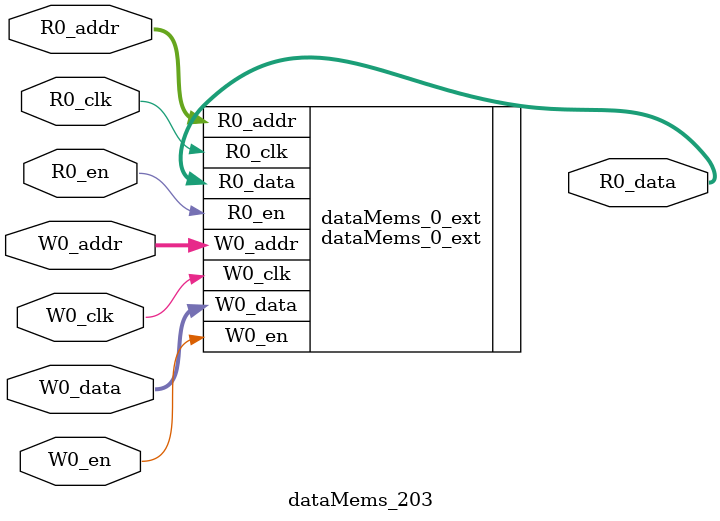
<source format=sv>
`ifndef RANDOMIZE
  `ifdef RANDOMIZE_REG_INIT
    `define RANDOMIZE
  `endif // RANDOMIZE_REG_INIT
`endif // not def RANDOMIZE
`ifndef RANDOMIZE
  `ifdef RANDOMIZE_MEM_INIT
    `define RANDOMIZE
  `endif // RANDOMIZE_MEM_INIT
`endif // not def RANDOMIZE

`ifndef RANDOM
  `define RANDOM $random
`endif // not def RANDOM

// Users can define 'PRINTF_COND' to add an extra gate to prints.
`ifndef PRINTF_COND_
  `ifdef PRINTF_COND
    `define PRINTF_COND_ (`PRINTF_COND)
  `else  // PRINTF_COND
    `define PRINTF_COND_ 1
  `endif // PRINTF_COND
`endif // not def PRINTF_COND_

// Users can define 'ASSERT_VERBOSE_COND' to add an extra gate to assert error printing.
`ifndef ASSERT_VERBOSE_COND_
  `ifdef ASSERT_VERBOSE_COND
    `define ASSERT_VERBOSE_COND_ (`ASSERT_VERBOSE_COND)
  `else  // ASSERT_VERBOSE_COND
    `define ASSERT_VERBOSE_COND_ 1
  `endif // ASSERT_VERBOSE_COND
`endif // not def ASSERT_VERBOSE_COND_

// Users can define 'STOP_COND' to add an extra gate to stop conditions.
`ifndef STOP_COND_
  `ifdef STOP_COND
    `define STOP_COND_ (`STOP_COND)
  `else  // STOP_COND
    `define STOP_COND_ 1
  `endif // STOP_COND
`endif // not def STOP_COND_

// Users can define INIT_RANDOM as general code that gets injected into the
// initializer block for modules with registers.
`ifndef INIT_RANDOM
  `define INIT_RANDOM
`endif // not def INIT_RANDOM

// If using random initialization, you can also define RANDOMIZE_DELAY to
// customize the delay used, otherwise 0.002 is used.
`ifndef RANDOMIZE_DELAY
  `define RANDOMIZE_DELAY 0.002
`endif // not def RANDOMIZE_DELAY

// Define INIT_RANDOM_PROLOG_ for use in our modules below.
`ifndef INIT_RANDOM_PROLOG_
  `ifdef RANDOMIZE
    `ifdef VERILATOR
      `define INIT_RANDOM_PROLOG_ `INIT_RANDOM
    `else  // VERILATOR
      `define INIT_RANDOM_PROLOG_ `INIT_RANDOM #`RANDOMIZE_DELAY begin end
    `endif // VERILATOR
  `else  // RANDOMIZE
    `define INIT_RANDOM_PROLOG_
  `endif // RANDOMIZE
`endif // not def INIT_RANDOM_PROLOG_

// Include register initializers in init blocks unless synthesis is set
`ifndef SYNTHESIS
  `ifndef ENABLE_INITIAL_REG_
    `define ENABLE_INITIAL_REG_
  `endif // not def ENABLE_INITIAL_REG_
`endif // not def SYNTHESIS

// Include rmemory initializers in init blocks unless synthesis is set
`ifndef SYNTHESIS
  `ifndef ENABLE_INITIAL_MEM_
    `define ENABLE_INITIAL_MEM_
  `endif // not def ENABLE_INITIAL_MEM_
`endif // not def SYNTHESIS

module dataMems_203(	// @[generators/ara/src/main/scala/UnsafeAXI4ToTL.scala:365:62]
  input  [4:0]   R0_addr,
  input          R0_en,
  input          R0_clk,
  output [130:0] R0_data,
  input  [4:0]   W0_addr,
  input          W0_en,
  input          W0_clk,
  input  [130:0] W0_data
);

  dataMems_0_ext dataMems_0_ext (	// @[generators/ara/src/main/scala/UnsafeAXI4ToTL.scala:365:62]
    .R0_addr (R0_addr),
    .R0_en   (R0_en),
    .R0_clk  (R0_clk),
    .R0_data (R0_data),
    .W0_addr (W0_addr),
    .W0_en   (W0_en),
    .W0_clk  (W0_clk),
    .W0_data (W0_data)
  );
endmodule


</source>
